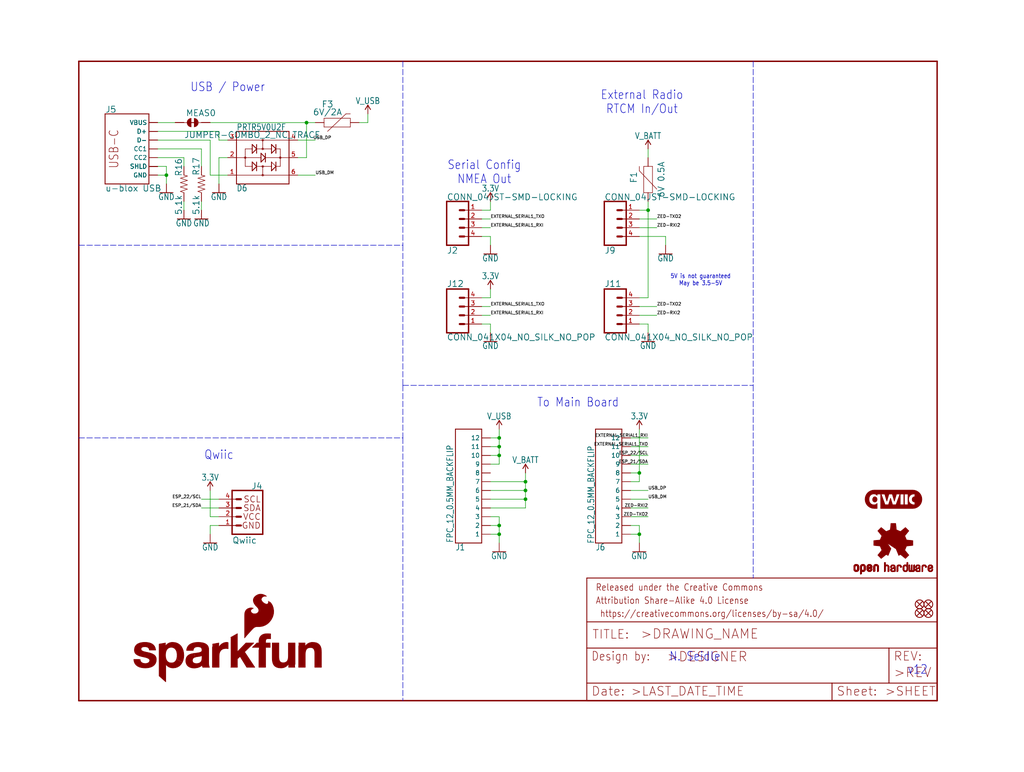
<source format=kicad_sch>
(kicad_sch (version 20211123) (generator eeschema)
  (paper "User" 297.002 223.926)
  (lib_symbols
    (symbol "eagleSchem-eagle-import:3.3V" (power)
      (property "Value" "3.3V" (at 0 2.794 0))
      (symbol "3.3V_1_0"
        (pin power_in line (at 0 0 90) (length 2.54) (name "3.3V") (number "1"))
      )
    )
    (symbol "eagleSchem-eagle-import:5.1KOHM5.1KOHM-0603-1{slash}10W-1%"
      (property "Reference" "R" (at 0 1.524 0))
      (property "Value" "5.1KOHM5.1KOHM-0603-1{slash}10W-1%" (at 0 -1.524 0))
      (symbol "5.1KOHM5.1KOHM-0603-1{slash}10W-1%_1_0"
        (pin passive line (at -5.08 0 0) (length 2.54) (name "1") (number "1"))
        (pin passive line (at 5.08 0 180) (length 2.54) (name "2") (number "2"))
      )
    )
    (symbol "eagleSchem-eagle-import:CONN_041X04_NO_SILK_NO_POP"
      (property "Reference" "J" (at -5.08 8.128 0))
      (property "Value" "CONN_041X04_NO_SILK_NO_POP" (at -5.08 -7.366 0))
      (symbol "CONN_041X04_NO_SILK_NO_POP_1_0"
        (pin passive line (at 5.08 -2.54 180) (length 5.08) (name "1") (number "1"))
        (pin passive line (at 5.08 0 180) (length 5.08) (name "2") (number "2"))
        (pin passive line (at 5.08 2.54 180) (length 5.08) (name "3") (number "3"))
        (pin passive line (at 5.08 5.08 180) (length 5.08) (name "4") (number "4"))
      )
    )
    (symbol "eagleSchem-eagle-import:CONN_04JST-SMD-LOCKING"
      (property "Reference" "J" (at -5.08 8.128 0))
      (property "Value" "CONN_04JST-SMD-LOCKING" (at -5.08 -7.366 0))
      (symbol "CONN_04JST-SMD-LOCKING_1_0"
        (pin passive line (at 5.08 -2.54 180) (length 5.08) (name "1") (number "1"))
        (pin passive line (at 5.08 0 180) (length 5.08) (name "2") (number "2"))
        (pin passive line (at 5.08 2.54 180) (length 5.08) (name "3") (number "3"))
        (pin passive line (at 5.08 5.08 180) (length 5.08) (name "4") (number "4"))
      )
    )
    (symbol "eagleSchem-eagle-import:FIDUCIALUFIDUCIAL")
    (symbol "eagleSchem-eagle-import:FPC_12_0.5MM_BACKFLIP"
      (property "Reference" "J" (at -2.54 15.494 0))
      (property "Value" "FPC_12_0.5MM_BACKFLIP" (at -2.54 -20.32 0))
      (symbol "FPC_12_0.5MM_BACKFLIP_1_0"
        (pin bidirectional line (at 7.62 12.7 180) (length 2.54) (name "1") (number "1"))
        (pin bidirectional line (at 7.62 -10.16 180) (length 2.54) (name "10") (number "10"))
        (pin bidirectional line (at 7.62 -12.7 180) (length 2.54) (name "11") (number "11"))
        (pin bidirectional line (at 7.62 -15.24 180) (length 2.54) (name "12") (number "12"))
        (pin bidirectional line (at 7.62 10.16 180) (length 2.54) (name "2") (number "2"))
        (pin bidirectional line (at 7.62 7.62 180) (length 2.54) (name "3") (number "3"))
        (pin bidirectional line (at 7.62 5.08 180) (length 2.54) (name "4") (number "4"))
        (pin bidirectional line (at 7.62 2.54 180) (length 2.54) (name "5") (number "5"))
        (pin bidirectional line (at 7.62 0 180) (length 2.54) (name "6") (number "6"))
        (pin bidirectional line (at 7.62 -2.54 180) (length 2.54) (name "7") (number "7"))
        (pin bidirectional line (at 7.62 -5.08 180) (length 2.54) (name "8") (number "8"))
        (pin bidirectional line (at 7.62 -7.62 180) (length 2.54) (name "9") (number "9"))
      )
    )
    (symbol "eagleSchem-eagle-import:FRAME-LETTER"
      (symbol "FRAME-LETTER_2_0"
        (text " https://creativecommons.org/licenses/by-sa/4.0/" (at 2.54 24.13 0) (effects (font (size 1.9304 1.6408)) (justify left bottom)))
        (text ">DESIGNER" (at 23.114 11.176 0) (effects (font (size 2.7432 2.7432)) (justify left bottom)))
        (text ">DRAWING_NAME" (at 15.494 17.78 0) (effects (font (size 2.7432 2.7432)) (justify left bottom)))
        (text ">LAST_DATE_TIME" (at 12.7 1.27 0) (effects (font (size 2.54 2.54)) (justify left bottom)))
        (text ">REV" (at 88.9 6.604 0) (effects (font (size 2.7432 2.7432)) (justify left bottom)))
        (text ">SHEET" (at 86.36 1.27 0) (effects (font (size 2.54 2.54)) (justify left bottom)))
        (text "Attribution Share-Alike 4.0 License" (at 2.54 27.94 0) (effects (font (size 1.9304 1.6408)) (justify left bottom)))
        (text "Date:" (at 1.27 1.27 0) (effects (font (size 2.54 2.54)) (justify left bottom)))
        (text "Design by:" (at 1.27 11.43 0) (effects (font (size 2.54 2.159)) (justify left bottom)))
        (text "Released under the Creative Commons" (at 2.54 31.75 0) (effects (font (size 1.9304 1.6408)) (justify left bottom)))
        (text "REV:" (at 88.9 11.43 0) (effects (font (size 2.54 2.54)) (justify left bottom)))
        (text "Sheet:" (at 72.39 1.27 0) (effects (font (size 2.54 2.54)) (justify left bottom)))
        (text "TITLE:" (at 1.524 17.78 0) (effects (font (size 2.54 2.54)) (justify left bottom)))
      )
    )
    (symbol "eagleSchem-eagle-import:GND" (power)
      (property "Value" "GND" (at 0 -0.254 0))
      (symbol "GND_1_0"
        (pin power_in line (at 0 2.54 270) (length 2.54) (name "GND") (number "1"))
      )
    )
    (symbol "eagleSchem-eagle-import:I2C_STANDARDQWIIC"
      (property "Reference" "J" (at -5.08 7.874 0))
      (property "Value" "I2C_STANDARDQWIIC" (at -5.08 -5.334 0))
      (symbol "I2C_STANDARDQWIIC_1_0"
        (text "GND" (at -4.572 -2.54 0) (effects (font (size 1.778 1.778)) (justify left)))
        (text "SCL" (at -4.572 5.08 0) (effects (font (size 1.778 1.778)) (justify left)))
        (text "SDA" (at -4.572 2.54 0) (effects (font (size 1.778 1.778)) (justify left)))
        (text "VCC" (at -4.572 0 0) (effects (font (size 1.778 1.778)) (justify left)))
        (pin power_in line (at 7.62 -2.54 180) (length 5.08) (name "1") (number "1"))
        (pin power_in line (at 7.62 0 180) (length 5.08) (name "2") (number "2"))
        (pin passive line (at 7.62 2.54 180) (length 5.08) (name "3") (number "3"))
        (pin passive line (at 7.62 5.08 180) (length 5.08) (name "4") (number "4"))
      )
    )
    (symbol "eagleSchem-eagle-import:JUMPER-COMBO_2_NC_TRACE"
      (property "Reference" "JP" (at -2.54 2.54 0))
      (property "Value" "JUMPER-COMBO_2_NC_TRACE" (at -2.54 -2.54 0))
      (symbol "JUMPER-COMBO_2_NC_TRACE_1_0"
        (pin passive line (at -5.08 0 0) (length 2.54) (name "1") (number "1"))
        (pin passive line (at 5.08 0 180) (length 2.54) (name "2") (number "2"))
        (pin passive line (at -5.08 0 0) (length 2.54) (name "1") (number "3"))
        (pin passive line (at 5.08 0 180) (length 2.54) (name "2") (number "4"))
      )
    )
    (symbol "eagleSchem-eagle-import:OSHW-LOGOMINI")
    (symbol "eagleSchem-eagle-import:PPTC_6V2A"
      (property "Reference" "F" (at 1.905 3.175 0))
      (property "Value" "PPTC_6V2A" (at 1.27 -2.794 0))
      (symbol "PPTC_6V2A_1_0"
        (pin bidirectional line (at -5.08 0 0) (length 2.54) (name "1") (number "1"))
        (pin bidirectional line (at 7.62 0 180) (length 2.54) (name "2") (number "2"))
      )
    )
    (symbol "eagleSchem-eagle-import:PPTC_6V500MA"
      (property "Reference" "F" (at 1.905 3.175 0))
      (property "Value" "PPTC_6V500MA" (at 1.27 -2.794 0))
      (symbol "PPTC_6V500MA_1_0"
        (pin bidirectional line (at -5.08 0 0) (length 2.54) (name "1") (number "1"))
        (pin bidirectional line (at 7.62 0 180) (length 2.54) (name "2") (number "2"))
      )
    )
    (symbol "eagleSchem-eagle-import:PRTR5V0U2F"
      (property "Reference" "D" (at -7.62 7.874 0))
      (property "Value" "PRTR5V0U2F" (at -7.62 -7.874 0))
      (symbol "PRTR5V0U2F_1_0"
        (pin bidirectional line (at -10.16 5.08 0) (length 2.54) (name "1") (number "1"))
        (pin power_in line (at -10.16 0 0) (length 2.54) (name "2") (number "2"))
        (pin bidirectional line (at -10.16 -5.08 0) (length 2.54) (name "3") (number "3"))
        (pin bidirectional line (at 10.16 -5.08 180) (length 2.54) (name "4") (number "4"))
        (pin power_in line (at 10.16 0 180) (length 2.54) (name "5") (number "5"))
        (pin bidirectional line (at 10.16 5.08 180) (length 2.54) (name "6") (number "6"))
      )
    )
    (symbol "eagleSchem-eagle-import:QWIIC_LOGO_CONNECTOR")
    (symbol "eagleSchem-eagle-import:SFE_LOGO_NAME_FLAME.1_INCH")
    (symbol "eagleSchem-eagle-import:USB_C_2-LAYER_PADS"
      (property "Reference" "J" (at -2.54 10.414 0))
      (property "Value" "USB_C_2-LAYER_PADS" (at -2.54 -12.446 0))
      (symbol "USB_C_2-LAYER_PADS_1_0"
        (text "USB-C" (at 0 0 900) (effects (font (size 2.54 2.159))))
        (pin bidirectional line (at 12.7 0 180) (length 2.54) (name "CC1") (number "A5"))
        (pin bidirectional line (at 12.7 5.08 180) (length 2.54) (name "D+") (number "A6"))
        (pin bidirectional line (at 12.7 2.54 180) (length 2.54) (name "D-") (number "A7"))
        (pin bidirectional line (at 12.7 -2.54 180) (length 2.54) (name "CC2") (number "B5"))
        (pin bidirectional line (at 12.7 5.08 180) (length 2.54) (name "D+") (number "B6"))
        (pin bidirectional line (at 12.7 2.54 180) (length 2.54) (name "D-") (number "B7"))
        (pin bidirectional line (at 12.7 -7.62 180) (length 2.54) (name "GND") (number "GND"))
        (pin bidirectional line (at 12.7 -7.62 180) (length 2.54) (name "GND") (number "GND2"))
        (pin bidirectional line (at 12.7 -5.08 180) (length 2.54) (name "SHLD") (number "SHLD1"))
        (pin bidirectional line (at 12.7 -5.08 180) (length 2.54) (name "SHLD") (number "SHLD2"))
        (pin bidirectional line (at 12.7 -5.08 180) (length 2.54) (name "SHLD") (number "SHLD3"))
        (pin bidirectional line (at 12.7 -5.08 180) (length 2.54) (name "SHLD") (number "SHLD4"))
        (pin bidirectional line (at 12.7 7.62 180) (length 2.54) (name "VBUS") (number "VBUS1"))
        (pin bidirectional line (at 12.7 7.62 180) (length 2.54) (name "VBUS") (number "VBUS2"))
      )
    )
    (symbol "eagleSchem-eagle-import:V_BATT" (power)
      (property "Value" "V_BATT" (at 0 2.794 0))
      (symbol "V_BATT_1_0"
        (pin power_in line (at 0 0 90) (length 2.54) (name "V_BATT") (number "1"))
      )
    )
    (symbol "eagleSchem-eagle-import:V_USB" (power)
      (property "Value" "V_USB" (at 0 2.794 0))
      (symbol "V_USB_1_0"
        (pin power_in line (at 0 0 90) (length 2.54) (name "V_USB") (number "1"))
      )
    )
  )
  (junction (at 144.78 127))
  (junction (at 144.78 152.4))
  (junction (at 144.78 154.94))
  (junction (at 144.78 132.08))
  (junction (at 185.42 154.94))
  (junction (at 152.4 144.78))
  (junction (at 144.78 129.54))
  (junction (at 187.96 60.96))
  (junction (at 185.42 137.16))
  (junction (at 152.4 139.7))
  (junction (at 48.26 50.8))
  (junction (at 152.4 142.24))
  (junction (at 88.9 35.56))
  (wire (pts (xy 182.88 137.16) (xy 185.42 137.16)))
  (wire (pts (xy 187.96 43.18) (xy 187.96 45.72)))
  (wire (pts (xy 152.4 139.7) (xy 152.4 137.16)))
  (polyline (pts (xy 22.86 71.12) (xy 116.84 71.12)))
  (wire (pts (xy 142.24 139.7) (xy 152.4 139.7)))
  (wire (pts (xy 185.42 91.44) (xy 190.5 91.44)))
  (wire (pts (xy 193.04 68.58) (xy 193.04 71.12)))
  (wire (pts (xy 144.78 134.62) (xy 144.78 132.08)))
  (wire (pts (xy 185.42 137.16) (xy 185.42 139.7)))
  (wire (pts (xy 182.88 154.94) (xy 185.42 154.94)))
  (wire (pts (xy 88.9 45.72) (xy 88.9 35.56)))
  (wire (pts (xy 45.72 50.8) (xy 48.26 50.8)))
  (wire (pts (xy 63.5 144.78) (xy 58.42 144.78)))
  (wire (pts (xy 144.78 127) (xy 144.78 124.46)))
  (wire (pts (xy 45.72 40.64) (xy 60.96 40.64)))
  (wire (pts (xy 185.42 68.58) (xy 193.04 68.58)))
  (wire (pts (xy 139.7 66.04) (xy 142.24 66.04)))
  (wire (pts (xy 139.7 88.9) (xy 142.24 88.9)))
  (wire (pts (xy 60.96 50.8) (xy 66.04 50.8)))
  (wire (pts (xy 182.88 142.24) (xy 187.96 142.24)))
  (wire (pts (xy 66.04 45.72) (xy 63.5 45.72)))
  (wire (pts (xy 142.24 144.78) (xy 152.4 144.78)))
  (wire (pts (xy 142.24 86.36) (xy 142.24 83.82)))
  (wire (pts (xy 185.42 139.7) (xy 182.88 139.7)))
  (wire (pts (xy 182.88 144.78) (xy 187.96 144.78)))
  (wire (pts (xy 63.5 149.86) (xy 60.96 149.86)))
  (wire (pts (xy 142.24 147.32) (xy 152.4 147.32)))
  (wire (pts (xy 144.78 152.4) (xy 144.78 154.94)))
  (wire (pts (xy 142.24 149.86) (xy 144.78 149.86)))
  (wire (pts (xy 45.72 43.18) (xy 58.42 43.18)))
  (polyline (pts (xy 218.44 17.78) (xy 218.44 111.76)))
  (wire (pts (xy 182.88 127) (xy 187.96 127)))
  (wire (pts (xy 45.72 48.26) (xy 48.26 48.26)))
  (wire (pts (xy 50.8 35.56) (xy 45.72 35.56)))
  (wire (pts (xy 60.96 149.86) (xy 60.96 142.24)))
  (wire (pts (xy 144.78 154.94) (xy 144.78 157.48)))
  (wire (pts (xy 63.5 40.64) (xy 66.04 40.64)))
  (wire (pts (xy 185.42 86.36) (xy 187.96 86.36)))
  (wire (pts (xy 142.24 60.96) (xy 142.24 58.42)))
  (polyline (pts (xy 218.44 111.76) (xy 218.44 167.64)))
  (wire (pts (xy 139.7 93.98) (xy 142.24 93.98)))
  (wire (pts (xy 152.4 142.24) (xy 152.4 139.7)))
  (wire (pts (xy 187.96 93.98) (xy 187.96 96.52)))
  (polyline (pts (xy 116.84 111.76) (xy 116.84 127)))
  (wire (pts (xy 182.88 147.32) (xy 187.96 147.32)))
  (wire (pts (xy 144.78 127) (xy 142.24 127)))
  (polyline (pts (xy 116.84 127) (xy 116.84 203.2)))
  (wire (pts (xy 104.14 35.56) (xy 106.68 35.56)))
  (wire (pts (xy 185.42 93.98) (xy 187.96 93.98)))
  (wire (pts (xy 58.42 48.26) (xy 58.42 43.18)))
  (polyline (pts (xy 116.84 71.12) (xy 116.84 111.76)))
  (wire (pts (xy 63.5 38.1) (xy 63.5 40.64)))
  (wire (pts (xy 139.7 86.36) (xy 142.24 86.36)))
  (wire (pts (xy 60.96 152.4) (xy 60.96 154.94)))
  (wire (pts (xy 45.72 45.72) (xy 53.34 45.72)))
  (wire (pts (xy 139.7 63.5) (xy 142.24 63.5)))
  (polyline (pts (xy 116.84 17.78) (xy 116.84 71.12)))
  (wire (pts (xy 185.42 63.5) (xy 190.5 63.5)))
  (wire (pts (xy 187.96 60.96) (xy 187.96 86.36)))
  (wire (pts (xy 185.42 154.94) (xy 185.42 157.48)))
  (wire (pts (xy 182.88 132.08) (xy 187.96 132.08)))
  (wire (pts (xy 182.88 152.4) (xy 185.42 152.4)))
  (wire (pts (xy 60.96 35.56) (xy 88.9 35.56)))
  (wire (pts (xy 91.44 35.56) (xy 88.9 35.56)))
  (wire (pts (xy 182.88 129.54) (xy 187.96 129.54)))
  (wire (pts (xy 142.24 68.58) (xy 142.24 71.12)))
  (wire (pts (xy 63.5 45.72) (xy 63.5 53.34)))
  (wire (pts (xy 142.24 152.4) (xy 144.78 152.4)))
  (wire (pts (xy 144.78 129.54) (xy 144.78 127)))
  (wire (pts (xy 152.4 147.32) (xy 152.4 144.78)))
  (wire (pts (xy 139.7 60.96) (xy 142.24 60.96)))
  (wire (pts (xy 58.42 60.96) (xy 58.42 58.42)))
  (wire (pts (xy 53.34 45.72) (xy 53.34 48.26)))
  (wire (pts (xy 139.7 91.44) (xy 142.24 91.44)))
  (wire (pts (xy 142.24 142.24) (xy 152.4 142.24)))
  (polyline (pts (xy 116.84 111.76) (xy 218.44 111.76)))
  (wire (pts (xy 185.42 66.04) (xy 190.5 66.04)))
  (wire (pts (xy 60.96 40.64) (xy 60.96 50.8)))
  (wire (pts (xy 142.24 93.98) (xy 142.24 96.52)))
  (wire (pts (xy 185.42 88.9) (xy 190.5 88.9)))
  (wire (pts (xy 185.42 152.4) (xy 185.42 154.94)))
  (wire (pts (xy 63.5 152.4) (xy 60.96 152.4)))
  (wire (pts (xy 142.24 154.94) (xy 144.78 154.94)))
  (wire (pts (xy 152.4 144.78) (xy 152.4 142.24)))
  (wire (pts (xy 63.5 147.32) (xy 58.42 147.32)))
  (wire (pts (xy 142.24 129.54) (xy 144.78 129.54)))
  (polyline (pts (xy 22.86 127) (xy 116.84 127)))
  (wire (pts (xy 91.44 50.8) (xy 86.36 50.8)))
  (wire (pts (xy 185.42 137.16) (xy 185.42 124.46)))
  (wire (pts (xy 185.42 60.96) (xy 187.96 60.96)))
  (wire (pts (xy 144.78 149.86) (xy 144.78 152.4)))
  (wire (pts (xy 144.78 132.08) (xy 144.78 129.54)))
  (wire (pts (xy 139.7 68.58) (xy 142.24 68.58)))
  (wire (pts (xy 142.24 134.62) (xy 144.78 134.62)))
  (wire (pts (xy 45.72 38.1) (xy 63.5 38.1)))
  (wire (pts (xy 86.36 45.72) (xy 88.9 45.72)))
  (wire (pts (xy 53.34 60.96) (xy 53.34 58.42)))
  (wire (pts (xy 48.26 48.26) (xy 48.26 50.8)))
  (wire (pts (xy 106.68 35.56) (xy 106.68 33.02)))
  (wire (pts (xy 48.26 50.8) (xy 48.26 53.34)))
  (wire (pts (xy 91.44 40.64) (xy 86.36 40.64)))
  (wire (pts (xy 187.96 60.96) (xy 187.96 58.42)))
  (wire (pts (xy 142.24 132.08) (xy 144.78 132.08)))
  (wire (pts (xy 182.88 134.62) (xy 187.96 134.62)))
  (wire (pts (xy 182.88 149.86) (xy 187.96 149.86)))
  (text "N. Seidle" (at 194.056 192.024 180) (effects (font (size 2.54 2.159)) (justify left bottom)))
  (text "Qwiic" (at 63.5 132.08 180) (effects (font (size 2.54 2.159))))
  (text "Serial Config\nNMEA Out" (at 140.462 50.038 180) (effects (font (size 2.54 2.159))))
  (text "USB / Power" (at 66.04 25.4 180) (effects (font (size 2.54 2.159))))
  (text "5V is not guaranteed\nMay be 3.5-5V" (at 203.2 81.28 180) (effects (font (size 1.27 1.0795))))
  (text "v12" (at 263.144 195.834 180) (effects (font (size 2.54 2.159)) (justify left bottom)))
  (text "To Main Board" (at 167.64 116.84 180) (effects (font (size 2.54 2.159))))
  (text "External Radio\nRTCM In/Out" (at 186.182 29.718 180) (effects (font (size 2.54 2.159))))
  (label "EXTERNAL_SERIAL1_TXO" (at 187.96 129.54 180) (effects (font (size 0.889 0.889))))
  (label "ESP_21/SDA" (at 58.42 147.32 180) (effects (font (size 0.889 0.889))))
  (label "ZED-RXI2" (at 190.5 91.44 0) (effects (font (size 0.889 0.889))))
  (label "ZED-TXO2" (at 187.96 149.86 180) (effects (font (size 0.889 0.889))))
  (label "EXTERNAL_SERIAL1_TXO" (at 142.24 63.5 0) (effects (font (size 0.889 0.889))))
  (label "ESP_21/SDA" (at 187.96 134.62 180) (effects (font (size 0.889 0.889))))
  (label "USB_DP" (at 90.805 40.64 0) (effects (font (size 0.889 0.889))))
  (label "ZED-TXO2" (at 190.5 88.9 0) (effects (font (size 0.889 0.889))))
  (label "USB_DM" (at 187.96 144.78 0) (effects (font (size 0.889 0.889))))
  (label "ESP_22/SCL" (at 58.42 144.78 180) (effects (font (size 0.889 0.889))))
  (label "EXTERNAL_SERIAL1_TXO" (at 142.24 88.9 0) (effects (font (size 0.889 0.889))))
  (label "EXTERNAL_SERIAL1_RXI" (at 187.96 127 180) (effects (font (size 0.889 0.889))))
  (label "EXTERNAL_SERIAL1_RXI" (at 142.24 66.04 0) (effects (font (size 0.889 0.889))))
  (label "ZED-RXI2" (at 190.5 66.04 0) (effects (font (size 0.889 0.889))))
  (label "ESP_22/SCL" (at 187.96 132.08 180) (effects (font (size 0.889 0.889))))
  (label "ZED-RXI2" (at 187.96 147.32 180) (effects (font (size 0.889 0.889))))
  (label "EXTERNAL_SERIAL1_RXI" (at 142.24 91.44 0) (effects (font (size 0.889 0.889))))
  (label "USB_DM" (at 91.44 50.8 0) (effects (font (size 0.889 0.889))))
  (label "USB_DP" (at 187.96 142.24 0) (effects (font (size 0.889 0.889))))
  (label "ZED-TXO2" (at 190.5 63.5 0) (effects (font (size 0.889 0.889))))
  (symbol (lib_id "eagleSchem-eagle-import:FIDUCIALUFIDUCIAL") (at 266.7 175.26 270) (unit 1)
    (property "Reference" "JP21" (effects hide))
    (property "Value" "FIDUCIALUFIDUCIAL" (effects hide))
    (property "Footprint" "eagleSchem:FIDUCIAL-MICRO" (effects hide))
  )
  (symbol (lib_id "eagleSchem-eagle-import:CONN_04JST-SMD-LOCKING") (at 180.34 63.5 0) (mirror x) (unit 1)
    (property "Reference" "J9" (at 175.26 71.628 0) (effects (font (size 1.778 1.778)) (justify left bottom)))
    (property "Value" "CONN_04JST-SMD-LOCKING" (at 175.26 56.134 0) (effects (font (size 1.778 1.778)) (justify left bottom)))
    (property "Footprint" "eagleSchem:JST-4-SMD-1.25MM-LOCKING" (effects hide))
  )
  (symbol (lib_id "eagleSchem-eagle-import:GND") (at 48.26 55.88 0) (unit 1)
    (property "Reference" "#GND31" (effects hide))
    (property "Value" "GND" (at 48.26 56.134 0) (effects (font (size 1.778 1.5113)) (justify top)))
    (property "Footprint" "eagleSchem:" (effects hide))
  )
  (symbol (lib_id "eagleSchem-eagle-import:GND") (at 142.24 73.66 0) (unit 1)
    (property "Reference" "#GND6" (effects hide))
    (property "Value" "GND" (at 142.24 73.914 0) (effects (font (size 1.778 1.5113)) (justify top)))
    (property "Footprint" "eagleSchem:" (effects hide))
  )
  (symbol (lib_id "eagleSchem-eagle-import:QWIIC_LOGO_CONNECTOR") (at 259.08 144.78 0) (unit 1)
    (property "Reference" "LOGO3" (effects hide))
    (property "Value" "QWIIC_LOGO_CONNECTOR" (effects hide))
    (property "Footprint" "eagleSchem:QWIIC_5.5MM" (effects hide))
  )
  (symbol (lib_id "eagleSchem-eagle-import:I2C_STANDARDQWIIC") (at 71.12 149.86 0) (mirror y) (unit 1)
    (property "Reference" "J4" (at 76.2 141.986 0) (effects (font (size 1.778 1.778)) (justify left bottom)))
    (property "Value" "Qwiic" (at 67.31 157.734 0) (effects (font (size 1.778 1.778)) (justify right bottom)))
    (property "Footprint" "eagleSchem:JST04_1MM_RA" (effects hide))
  )
  (symbol (lib_id "eagleSchem-eagle-import:3.3V") (at 142.24 83.82 0) (mirror y) (unit 1)
    (property "Reference" "#SUPPLY9" (effects hide))
    (property "Value" "3.3V" (at 142.24 81.026 0) (effects (font (size 1.778 1.5113)) (justify bottom)))
    (property "Footprint" "eagleSchem:" (effects hide))
  )
  (symbol (lib_id "eagleSchem-eagle-import:CONN_041X04_NO_SILK_NO_POP") (at 134.62 91.44 0) (unit 1)
    (property "Reference" "J12" (at 129.54 83.312 0) (effects (font (size 1.778 1.778)) (justify left bottom)))
    (property "Value" "CONN_041X04_NO_SILK_NO_POP" (at 129.54 98.806 0) (effects (font (size 1.778 1.778)) (justify left bottom)))
    (property "Footprint" "eagleSchem:1X04_NO_SILK" (effects hide))
  )
  (symbol (lib_id "eagleSchem-eagle-import:USB_C_2-LAYER_PADS") (at 33.02 43.18 0) (unit 1)
    (property "Reference" "J5" (at 30.48 32.766 0) (effects (font (size 1.778 1.778)) (justify left bottom)))
    (property "Value" "u-blox USB" (at 30.48 55.626 0) (effects (font (size 1.778 1.778)) (justify left bottom)))
    (property "Footprint" "eagleSchem:USB-C-16P-2LAYER-PADS" (effects hide))
  )
  (symbol (lib_id "eagleSchem-eagle-import:V_USB") (at 144.78 124.46 0) (unit 1)
    (property "Reference" "#SUPPLY2" (effects hide))
    (property "Value" "V_USB" (at 144.78 121.666 0) (effects (font (size 1.778 1.5113)) (justify bottom)))
    (property "Footprint" "eagleSchem:" (effects hide))
  )
  (symbol (lib_id "eagleSchem-eagle-import:GND") (at 185.42 160.02 0) (mirror y) (unit 1)
    (property "Reference" "#GND2" (effects hide))
    (property "Value" "GND" (at 185.42 160.274 0) (effects (font (size 1.778 1.5113)) (justify top)))
    (property "Footprint" "eagleSchem:" (effects hide))
  )
  (symbol (lib_id "eagleSchem-eagle-import:FRAME-LETTER") (at 170.18 203.2 0) (unit 2)
    (property "Reference" "FRAME1" (effects hide))
    (property "Value" "FRAME-LETTER" (effects hide))
    (property "Footprint" "eagleSchem:CREATIVE_COMMONS" (effects hide))
  )
  (symbol (lib_id "eagleSchem-eagle-import:GND") (at 60.96 157.48 0) (unit 1)
    (property "Reference" "#GND1" (effects hide))
    (property "Value" "GND" (at 60.96 157.734 0) (effects (font (size 1.778 1.5113)) (justify top)))
    (property "Footprint" "eagleSchem:" (effects hide))
  )
  (symbol (lib_id "eagleSchem-eagle-import:FIDUCIALUFIDUCIAL") (at 269.24 175.26 0) (unit 1)
    (property "Reference" "JP61" (effects hide))
    (property "Value" "FIDUCIALUFIDUCIAL" (effects hide))
    (property "Footprint" "eagleSchem:FIDUCIAL-MICRO" (effects hide))
  )
  (symbol (lib_id "eagleSchem-eagle-import:FRAME-LETTER") (at 22.86 203.2 0) (unit 1)
    (property "Reference" "FRAME1" (effects hide))
    (property "Value" "FRAME-LETTER" (effects hide))
    (property "Footprint" "eagleSchem:CREATIVE_COMMONS" (effects hide))
  )
  (symbol (lib_id "eagleSchem-eagle-import:CONN_041X04_NO_SILK_NO_POP") (at 180.34 91.44 0) (unit 1)
    (property "Reference" "J11" (at 175.26 83.312 0) (effects (font (size 1.778 1.778)) (justify left bottom)))
    (property "Value" "CONN_041X04_NO_SILK_NO_POP" (at 175.26 98.806 0) (effects (font (size 1.778 1.778)) (justify left bottom)))
    (property "Footprint" "eagleSchem:1X04_NO_SILK" (effects hide))
  )
  (symbol (lib_id "eagleSchem-eagle-import:V_BATT") (at 152.4 137.16 0) (mirror y) (unit 1)
    (property "Reference" "#SUPPLY6" (effects hide))
    (property "Value" "V_BATT" (at 152.4 134.366 0) (effects (font (size 1.778 1.5113)) (justify bottom)))
    (property "Footprint" "eagleSchem:" (effects hide))
  )
  (symbol (lib_id "eagleSchem-eagle-import:GND") (at 187.96 99.06 0) (unit 1)
    (property "Reference" "#GND26" (effects hide))
    (property "Value" "GND" (at 187.96 99.314 0) (effects (font (size 1.778 1.5113)) (justify top)))
    (property "Footprint" "eagleSchem:" (effects hide))
  )
  (symbol (lib_id "eagleSchem-eagle-import:FIDUCIALUFIDUCIAL") (at 266.7 177.8 270) (unit 1)
    (property "Reference" "JP71" (effects hide))
    (property "Value" "FIDUCIALUFIDUCIAL" (effects hide))
    (property "Footprint" "eagleSchem:FIDUCIAL-MICRO" (effects hide))
  )
  (symbol (lib_id "eagleSchem-eagle-import:PPTC_6V2A") (at 96.52 35.56 0) (unit 1)
    (property "Reference" "F3" (at 94.996 31.242 0) (effects (font (size 1.778 1.778)) (justify bottom)))
    (property "Value" "6V/2A" (at 94.996 33.528 0) (effects (font (size 1.778 1.778)) (justify bottom)))
    (property "Footprint" "eagleSchem:1210" (effects hide))
  )
  (symbol (lib_id "eagleSchem-eagle-import:3.3V") (at 185.42 124.46 0) (mirror y) (unit 1)
    (property "Reference" "#SUPPLY1" (effects hide))
    (property "Value" "3.3V" (at 185.42 121.666 0) (effects (font (size 1.778 1.5113)) (justify bottom)))
    (property "Footprint" "eagleSchem:" (effects hide))
  )
  (symbol (lib_id "eagleSchem-eagle-import:FPC_12_0.5MM_BACKFLIP") (at 175.26 142.24 0) (mirror x) (unit 1)
    (property "Reference" "J6" (at 172.72 157.734 0) (effects (font (size 1.778 1.5113)) (justify left bottom)))
    (property "Value" "FPC_12_0.5MM_BACKFLIP" (at 170.434 157.734 90) (effects (font (size 1.778 1.5113)) (justify right top)))
    (property "Footprint" "eagleSchem:FPC_12_DOUBLESIDED_BACKFLIP" (effects hide))
  )
  (symbol (lib_id "eagleSchem-eagle-import:GND") (at 53.34 63.5 0) (unit 1)
    (property "Reference" "#GND28" (effects hide))
    (property "Value" "GND" (at 53.34 63.754 0) (effects (font (size 1.778 1.5113)) (justify top)))
    (property "Footprint" "eagleSchem:" (effects hide))
  )
  (symbol (lib_id "eagleSchem-eagle-import:GND") (at 58.42 63.5 0) (unit 1)
    (property "Reference" "#GND29" (effects hide))
    (property "Value" "GND" (at 58.42 63.754 0) (effects (font (size 1.778 1.5113)) (justify top)))
    (property "Footprint" "eagleSchem:" (effects hide))
  )
  (symbol (lib_id "eagleSchem-eagle-import:FIDUCIALUFIDUCIAL") (at 269.24 177.8 270) (unit 1)
    (property "Reference" "JP81" (effects hide))
    (property "Value" "FIDUCIALUFIDUCIAL" (effects hide))
    (property "Footprint" "eagleSchem:FIDUCIAL-MICRO" (effects hide))
  )
  (symbol (lib_id "eagleSchem-eagle-import:OSHW-LOGOMINI") (at 259.08 157.48 0) (unit 1)
    (property "Reference" "LOGO1" (effects hide))
    (property "Value" "OSHW-LOGOMINI" (effects hide))
    (property "Footprint" "eagleSchem:OSHW-LOGO-MINI" (effects hide))
  )
  (symbol (lib_id "eagleSchem-eagle-import:GND") (at 142.24 99.06 0) (unit 1)
    (property "Reference" "#GND17" (effects hide))
    (property "Value" "GND" (at 142.24 99.314 0) (effects (font (size 1.778 1.5113)) (justify top)))
    (property "Footprint" "eagleSchem:" (effects hide))
  )
  (symbol (lib_id "eagleSchem-eagle-import:5.1KOHM5.1KOHM-0603-1{slash}10W-1%") (at 53.34 53.34 90) (unit 1)
    (property "Reference" "R16" (at 52.832 48.514 0) (effects (font (size 1.778 1.778)) (justify bottom)))
    (property "Value" "5.1k" (at 52.832 59.436 0) (effects (font (size 1.778 1.778)) (justify bottom)))
    (property "Footprint" "eagleSchem:0603" (effects hide))
  )
  (symbol (lib_id "eagleSchem-eagle-import:PPTC_6V500MA") (at 187.96 53.34 90) (unit 1)
    (property "Reference" "F1" (at 184.785 51.435 0) (effects (font (size 1.778 1.778)) (justify bottom)))
    (property "Value" "6V 0.5A" (at 190.754 52.07 0) (effects (font (size 1.778 1.778)) (justify top)))
    (property "Footprint" "eagleSchem:0805" (effects hide))
  )
  (symbol (lib_id "eagleSchem-eagle-import:3.3V") (at 60.96 142.24 0) (unit 1)
    (property "Reference" "#SUPPLY8" (effects hide))
    (property "Value" "3.3V" (at 60.96 139.446 0) (effects (font (size 1.778 1.5113)) (justify bottom)))
    (property "Footprint" "eagleSchem:" (effects hide))
  )
  (symbol (lib_id "eagleSchem-eagle-import:3.3V") (at 142.24 58.42 0) (mirror y) (unit 1)
    (property "Reference" "#SUPPLY4" (effects hide))
    (property "Value" "3.3V" (at 142.24 55.626 0) (effects (font (size 1.778 1.5113)) (justify bottom)))
    (property "Footprint" "eagleSchem:" (effects hide))
  )
  (symbol (lib_id "eagleSchem-eagle-import:GND") (at 144.78 160.02 0) (mirror y) (unit 1)
    (property "Reference" "#GND5" (effects hide))
    (property "Value" "GND" (at 144.78 160.274 0) (effects (font (size 1.778 1.5113)) (justify top)))
    (property "Footprint" "eagleSchem:" (effects hide))
  )
  (symbol (lib_id "eagleSchem-eagle-import:JUMPER-COMBO_2_NC_TRACE") (at 55.88 35.56 0) (unit 1)
    (property "Reference" "MEAS0" (at 53.848 33.782 0) (effects (font (size 1.778 1.778)) (justify left bottom)))
    (property "Value" "JUMPER-COMBO_2_NC_TRACE" (at 53.34 38.1 0) (effects (font (size 1.778 1.778)) (justify left top)))
    (property "Footprint" "eagleSchem:COMBO-JUMPER_2_NC_TRACE" (effects hide))
  )
  (symbol (lib_id "eagleSchem-eagle-import:PRTR5V0U2F") (at 76.2 45.72 0) (mirror x) (unit 1)
    (property "Reference" "D6" (at 68.58 53.594 0) (effects (font (size 1.778 1.5113)) (justify left bottom)))
    (property "Value" "PRTR5V0U2F" (at 68.58 37.846 0) (effects (font (size 1.778 1.5113)) (justify left top)))
    (property "Footprint" "eagleSchem:SOT886" (effects hide))
  )
  (symbol (lib_id "eagleSchem-eagle-import:SFE_LOGO_NAME_FLAME.1_INCH") (at 38.1 198.12 0) (unit 1)
    (property "Reference" "LOGO2" (effects hide))
    (property "Value" "SFE_LOGO_NAME_FLAME.1_INCH" (effects hide))
    (property "Footprint" "eagleSchem:SFE_LOGO_NAME_FLAME_.1" (effects hide))
  )
  (symbol (lib_id "eagleSchem-eagle-import:V_USB") (at 106.68 33.02 0) (unit 1)
    (property "Reference" "#SUPPLY3" (effects hide))
    (property "Value" "V_USB" (at 106.68 30.226 0) (effects (font (size 1.778 1.5113)) (justify bottom)))
    (property "Footprint" "eagleSchem:" (effects hide))
  )
  (symbol (lib_id "eagleSchem-eagle-import:CONN_04JST-SMD-LOCKING") (at 134.62 63.5 0) (mirror x) (unit 1)
    (property "Reference" "J2" (at 129.54 71.628 0) (effects (font (size 1.778 1.778)) (justify left bottom)))
    (property "Value" "CONN_04JST-SMD-LOCKING" (at 129.54 56.134 0) (effects (font (size 1.778 1.778)) (justify left bottom)))
    (property "Footprint" "eagleSchem:JST-4-SMD-1.25MM-LOCKING" (effects hide))
  )
  (symbol (lib_id "eagleSchem-eagle-import:GND") (at 193.04 73.66 0) (unit 1)
    (property "Reference" "#GND7" (effects hide))
    (property "Value" "GND" (at 193.04 73.914 0) (effects (font (size 1.778 1.5113)) (justify top)))
    (property "Footprint" "eagleSchem:" (effects hide))
  )
  (symbol (lib_id "eagleSchem-eagle-import:GND") (at 63.5 55.88 0) (unit 1)
    (property "Reference" "#GND30" (effects hide))
    (property "Value" "GND" (at 63.5 56.134 0) (effects (font (size 1.778 1.5113)) (justify top)))
    (property "Footprint" "eagleSchem:" (effects hide))
  )
  (symbol (lib_id "eagleSchem-eagle-import:5.1KOHM5.1KOHM-0603-1{slash}10W-1%") (at 58.42 53.34 90) (unit 1)
    (property "Reference" "R17" (at 57.912 48.26 0) (effects (font (size 1.778 1.778)) (justify bottom)))
    (property "Value" "5.1k" (at 57.912 59.436 0) (effects (font (size 1.778 1.778)) (justify bottom)))
    (property "Footprint" "eagleSchem:0603" (effects hide))
  )
  (symbol (lib_id "eagleSchem-eagle-import:FPC_12_0.5MM_BACKFLIP") (at 134.62 142.24 0) (mirror x) (unit 1)
    (property "Reference" "J1" (at 132.08 157.734 0) (effects (font (size 1.778 1.5113)) (justify left bottom)))
    (property "Value" "FPC_12_0.5MM_BACKFLIP" (at 129.54 157.48 90) (effects (font (size 1.778 1.5113)) (justify right top)))
    (property "Footprint" "eagleSchem:FPC_12_DOUBLESIDED_BACKFLIP" (effects hide))
  )
  (symbol (lib_id "eagleSchem-eagle-import:V_BATT") (at 187.96 43.18 0) (unit 1)
    (property "Reference" "#SUPPLY10" (effects hide))
    (property "Value" "V_BATT" (at 187.96 40.386 0) (effects (font (size 1.778 1.5113)) (justify bottom)))
    (property "Footprint" "eagleSchem:" (effects hide))
  )
)
</source>
